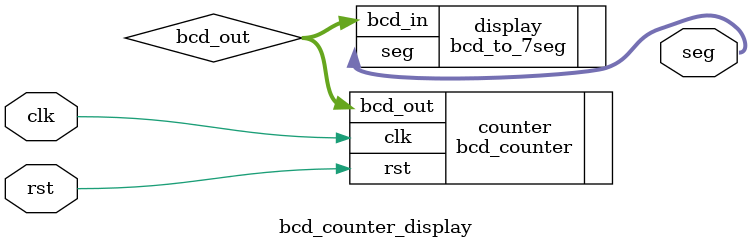
<source format=v>

module bcd_counter_display (
    input  wire clk,
    input  wire rst,
    output wire [6:0] seg
);
    wire [3:0] bcd_out;

    bcd_counter counter (
        .clk(clk),
        .rst(rst),
        .bcd_out(bcd_out)
    );

    bcd_to_7seg display (
        .bcd_in(bcd_out),
        .seg(seg)
    );
endmodule

</source>
